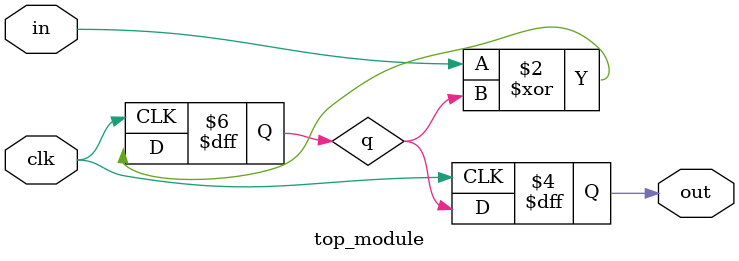
<source format=sv>
module top_module (
    input clk,
    input in,
    output reg out
);

    reg d;
    reg q;

    always @(posedge clk) begin
        d = in ^ q;
        q <= d;
    end

    always @(posedge clk) begin
        out <= q;
    end

endmodule

</source>
